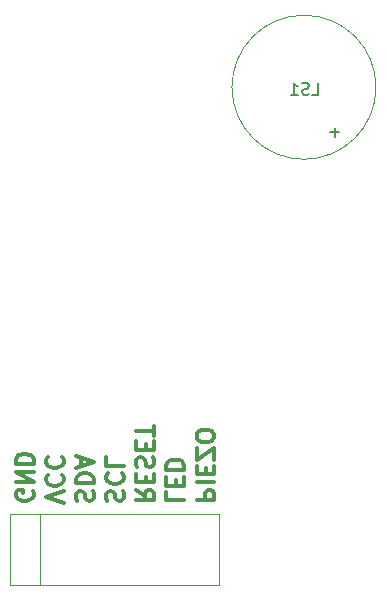
<source format=gbr>
G04 #@! TF.GenerationSoftware,KiCad,Pcbnew,(5.1.5-0-10_14)*
G04 #@! TF.CreationDate,2020-08-25T13:21:11+01:00*
G04 #@! TF.ProjectId,or2_reader,6f72325f-7265-4616-9465-722e6b696361,rev?*
G04 #@! TF.SameCoordinates,Original*
G04 #@! TF.FileFunction,Legend,Bot*
G04 #@! TF.FilePolarity,Positive*
%FSLAX46Y46*%
G04 Gerber Fmt 4.6, Leading zero omitted, Abs format (unit mm)*
G04 Created by KiCad (PCBNEW (5.1.5-0-10_14)) date 2020-08-25 13:21:11*
%MOMM*%
%LPD*%
G04 APERTURE LIST*
%ADD10C,0.300000*%
%ADD11C,0.120000*%
%ADD12C,0.150000*%
G04 APERTURE END LIST*
D10*
X153618328Y-117189557D02*
X155118328Y-117189557D01*
X155118328Y-116618128D01*
X155046900Y-116475271D01*
X154975471Y-116403842D01*
X154832614Y-116332414D01*
X154618328Y-116332414D01*
X154475471Y-116403842D01*
X154404042Y-116475271D01*
X154332614Y-116618128D01*
X154332614Y-117189557D01*
X153618328Y-115689557D02*
X155118328Y-115689557D01*
X154404042Y-114975271D02*
X154404042Y-114475271D01*
X153618328Y-114260985D02*
X153618328Y-114975271D01*
X155118328Y-114975271D01*
X155118328Y-114260985D01*
X155118328Y-113760985D02*
X155118328Y-112760985D01*
X153618328Y-113760985D01*
X153618328Y-112760985D01*
X155118328Y-111903842D02*
X155118328Y-111618128D01*
X155046900Y-111475271D01*
X154904042Y-111332414D01*
X154618328Y-111260985D01*
X154118328Y-111260985D01*
X153832614Y-111332414D01*
X153689757Y-111475271D01*
X153618328Y-111618128D01*
X153618328Y-111903842D01*
X153689757Y-112046700D01*
X153832614Y-112189557D01*
X154118328Y-112260985D01*
X154618328Y-112260985D01*
X154904042Y-112189557D01*
X155046900Y-112046700D01*
X155118328Y-111903842D01*
X151068328Y-116475271D02*
X151068328Y-117189557D01*
X152568328Y-117189557D01*
X151854042Y-115975271D02*
X151854042Y-115475271D01*
X151068328Y-115260985D02*
X151068328Y-115975271D01*
X152568328Y-115975271D01*
X152568328Y-115260985D01*
X151068328Y-114618128D02*
X152568328Y-114618128D01*
X152568328Y-114260985D01*
X152496900Y-114046700D01*
X152354042Y-113903842D01*
X152211185Y-113832414D01*
X151925471Y-113760985D01*
X151711185Y-113760985D01*
X151425471Y-113832414D01*
X151282614Y-113903842D01*
X151139757Y-114046700D01*
X151068328Y-114260985D01*
X151068328Y-114618128D01*
X148518328Y-116332414D02*
X149232614Y-116832414D01*
X148518328Y-117189557D02*
X150018328Y-117189557D01*
X150018328Y-116618128D01*
X149946900Y-116475271D01*
X149875471Y-116403842D01*
X149732614Y-116332414D01*
X149518328Y-116332414D01*
X149375471Y-116403842D01*
X149304042Y-116475271D01*
X149232614Y-116618128D01*
X149232614Y-117189557D01*
X149304042Y-115689557D02*
X149304042Y-115189557D01*
X148518328Y-114975271D02*
X148518328Y-115689557D01*
X150018328Y-115689557D01*
X150018328Y-114975271D01*
X148589757Y-114403842D02*
X148518328Y-114189557D01*
X148518328Y-113832414D01*
X148589757Y-113689557D01*
X148661185Y-113618128D01*
X148804042Y-113546700D01*
X148946900Y-113546700D01*
X149089757Y-113618128D01*
X149161185Y-113689557D01*
X149232614Y-113832414D01*
X149304042Y-114118128D01*
X149375471Y-114260985D01*
X149446900Y-114332414D01*
X149589757Y-114403842D01*
X149732614Y-114403842D01*
X149875471Y-114332414D01*
X149946900Y-114260985D01*
X150018328Y-114118128D01*
X150018328Y-113760985D01*
X149946900Y-113546700D01*
X149304042Y-112903842D02*
X149304042Y-112403842D01*
X148518328Y-112189557D02*
X148518328Y-112903842D01*
X150018328Y-112903842D01*
X150018328Y-112189557D01*
X150018328Y-111760985D02*
X150018328Y-110903842D01*
X148518328Y-111332414D02*
X150018328Y-111332414D01*
X146039757Y-117260985D02*
X145968328Y-117046700D01*
X145968328Y-116689557D01*
X146039757Y-116546700D01*
X146111185Y-116475271D01*
X146254042Y-116403842D01*
X146396900Y-116403842D01*
X146539757Y-116475271D01*
X146611185Y-116546700D01*
X146682614Y-116689557D01*
X146754042Y-116975271D01*
X146825471Y-117118128D01*
X146896900Y-117189557D01*
X147039757Y-117260985D01*
X147182614Y-117260985D01*
X147325471Y-117189557D01*
X147396900Y-117118128D01*
X147468328Y-116975271D01*
X147468328Y-116618128D01*
X147396900Y-116403842D01*
X146111185Y-114903842D02*
X146039757Y-114975271D01*
X145968328Y-115189557D01*
X145968328Y-115332414D01*
X146039757Y-115546700D01*
X146182614Y-115689557D01*
X146325471Y-115760985D01*
X146611185Y-115832414D01*
X146825471Y-115832414D01*
X147111185Y-115760985D01*
X147254042Y-115689557D01*
X147396900Y-115546700D01*
X147468328Y-115332414D01*
X147468328Y-115189557D01*
X147396900Y-114975271D01*
X147325471Y-114903842D01*
X145968328Y-113546700D02*
X145968328Y-114260985D01*
X147468328Y-114260985D01*
X143489757Y-117260985D02*
X143418328Y-117046700D01*
X143418328Y-116689557D01*
X143489757Y-116546700D01*
X143561185Y-116475271D01*
X143704042Y-116403842D01*
X143846900Y-116403842D01*
X143989757Y-116475271D01*
X144061185Y-116546700D01*
X144132614Y-116689557D01*
X144204042Y-116975271D01*
X144275471Y-117118128D01*
X144346900Y-117189557D01*
X144489757Y-117260985D01*
X144632614Y-117260985D01*
X144775471Y-117189557D01*
X144846900Y-117118128D01*
X144918328Y-116975271D01*
X144918328Y-116618128D01*
X144846900Y-116403842D01*
X143418328Y-115760985D02*
X144918328Y-115760985D01*
X144918328Y-115403842D01*
X144846900Y-115189557D01*
X144704042Y-115046700D01*
X144561185Y-114975271D01*
X144275471Y-114903842D01*
X144061185Y-114903842D01*
X143775471Y-114975271D01*
X143632614Y-115046700D01*
X143489757Y-115189557D01*
X143418328Y-115403842D01*
X143418328Y-115760985D01*
X143846900Y-114332414D02*
X143846900Y-113618128D01*
X143418328Y-114475271D02*
X144918328Y-113975271D01*
X143418328Y-113475271D01*
X142368328Y-117403842D02*
X140868328Y-116903842D01*
X142368328Y-116403842D01*
X141011185Y-115046700D02*
X140939757Y-115118128D01*
X140868328Y-115332414D01*
X140868328Y-115475271D01*
X140939757Y-115689557D01*
X141082614Y-115832414D01*
X141225471Y-115903842D01*
X141511185Y-115975271D01*
X141725471Y-115975271D01*
X142011185Y-115903842D01*
X142154042Y-115832414D01*
X142296900Y-115689557D01*
X142368328Y-115475271D01*
X142368328Y-115332414D01*
X142296900Y-115118128D01*
X142225471Y-115046700D01*
X141011185Y-113546700D02*
X140939757Y-113618128D01*
X140868328Y-113832414D01*
X140868328Y-113975271D01*
X140939757Y-114189557D01*
X141082614Y-114332414D01*
X141225471Y-114403842D01*
X141511185Y-114475271D01*
X141725471Y-114475271D01*
X142011185Y-114403842D01*
X142154042Y-114332414D01*
X142296900Y-114189557D01*
X142368328Y-113975271D01*
X142368328Y-113832414D01*
X142296900Y-113618128D01*
X142225471Y-113546700D01*
X139746900Y-116403842D02*
X139818328Y-116546700D01*
X139818328Y-116760985D01*
X139746900Y-116975271D01*
X139604042Y-117118128D01*
X139461185Y-117189557D01*
X139175471Y-117260985D01*
X138961185Y-117260985D01*
X138675471Y-117189557D01*
X138532614Y-117118128D01*
X138389757Y-116975271D01*
X138318328Y-116760985D01*
X138318328Y-116618128D01*
X138389757Y-116403842D01*
X138461185Y-116332414D01*
X138961185Y-116332414D01*
X138961185Y-116618128D01*
X138318328Y-115689557D02*
X139818328Y-115689557D01*
X138318328Y-114832414D01*
X139818328Y-114832414D01*
X138318328Y-114118128D02*
X139818328Y-114118128D01*
X139818328Y-113760985D01*
X139746900Y-113546700D01*
X139604042Y-113403842D01*
X139461185Y-113332414D01*
X139175471Y-113260985D01*
X138961185Y-113260985D01*
X138675471Y-113332414D01*
X138532614Y-113403842D01*
X138389757Y-113546700D01*
X138318328Y-113760985D01*
X138318328Y-114118128D01*
D11*
X140335000Y-124373900D02*
X140335000Y-118373900D01*
X137815000Y-118373900D02*
X137815000Y-124373900D01*
X155555000Y-118373900D02*
X137815000Y-118373900D01*
X155555000Y-124373900D02*
X155555000Y-118373900D01*
X137815000Y-124373900D02*
X155555000Y-124373900D01*
X168812400Y-82229800D02*
G75*
G03X168812400Y-82229800I-6100000J0D01*
G01*
D12*
X163418757Y-82862680D02*
X163894947Y-82862680D01*
X163894947Y-81862680D01*
X163133042Y-82815061D02*
X162990185Y-82862680D01*
X162752090Y-82862680D01*
X162656852Y-82815061D01*
X162609233Y-82767442D01*
X162561614Y-82672204D01*
X162561614Y-82576966D01*
X162609233Y-82481728D01*
X162656852Y-82434109D01*
X162752090Y-82386490D01*
X162942566Y-82338871D01*
X163037804Y-82291252D01*
X163085423Y-82243633D01*
X163133042Y-82148395D01*
X163133042Y-82053157D01*
X163085423Y-81957919D01*
X163037804Y-81910300D01*
X162942566Y-81862680D01*
X162704471Y-81862680D01*
X162561614Y-81910300D01*
X161609233Y-82862680D02*
X162180661Y-82862680D01*
X161894947Y-82862680D02*
X161894947Y-81862680D01*
X161990185Y-82005538D01*
X162085423Y-82100776D01*
X162180661Y-82148395D01*
X165323828Y-85658847D02*
X165323828Y-86420752D01*
X165704780Y-86039800D02*
X164942876Y-86039800D01*
M02*

</source>
